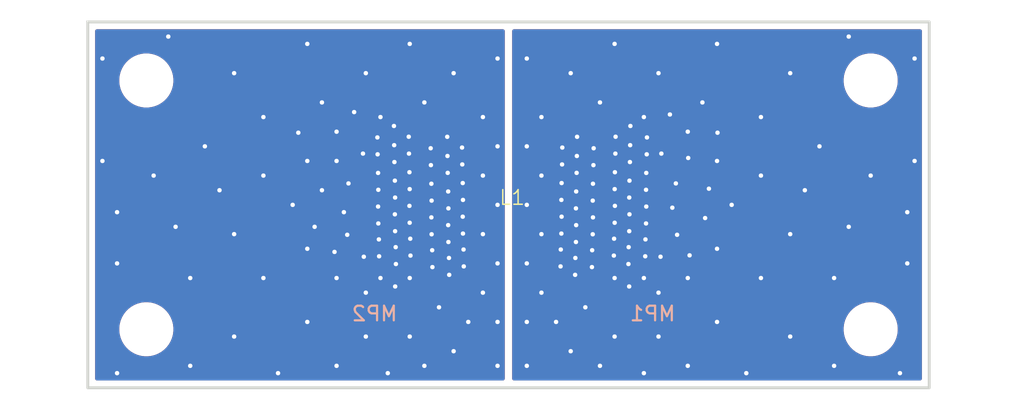
<source format=kicad_pcb>
(kicad_pcb (version 20240108) (generator "pcbnew") (generator_version "8.0")
  (layers (0 "F.Cu" signal) (31 "B.Cu" signal) (34 "B.Paste" user) (35 "F.Paste" user) (36 "B.SilkS" user "B.Silkscreen") (37 "F.SilkS" user "F.Silkscreen") (38 "B.Mask" user) (39 "F.Mask" user) (44 "Edge.Cuts" user))
  (net 0 "")
  (net 1 "VCC")
  (net 2 "GND")
  (footprint "MountingHole:MountingHole_3.2mm_M3" (layer "F.Cu") (at 39 58.5)
    (property "Reference" "H4" (hide yes))
    (property "Value" "MountingHole")
    (pad "" np_thru_hole circle (at 0 0) (size 3.2 3.2) (drill 3.2) (layers "*.Cu" "*.Mask"))
  )
  (footprint "MountingHole:MountingHole_3.2mm_M3" (layer "F.Cu") (at 39 41.5)
    (property "Reference" "H3" (hide yes))
    (property "Value" "MountingHole")
    (pad "" np_thru_hole circle (at 0 0) (size 3.2 3.2) (drill 3.2) (layers "*.Cu" "*.Mask"))
  )
  (footprint "MountingHole:MountingHole_3.2mm_M3" (layer "F.Cu") (at 88.5 41.5)
    (property "Reference" "H2" (hide yes))
    (property "Value" "MountingHole")
    (pad "" np_thru_hole circle (at 0 0) (size 3.2 3.2) (drill 3.2) (layers "*.Cu" "*.Mask"))
  )
  (footprint "Library:1212VS" (layer "F.Cu") (at 64 50)
    (property "Reference" "L1" (at 0 -0.5 0) (layer "F.SilkS") (effects (font (thickness 0.1))))
    (property "Value" "1212VS-111")
    (pad "1" smd rect (at -4.4 0) (size 3.3 10.34) (layers "F.Cu" "F.Paste" "F.Mask") (net 2 "GND"))
    (pad "2" smd rect (at 4.4 0) (size 3.3 10.34) (layers "F.Cu" "F.Paste" "F.Mask") (net 1 "VCC"))
  )
  (footprint "MountingHole:MountingHole_3.2mm_M3" (layer "F.Cu") (at 88.5 58.5)
    (property "Reference" "H1" (hide yes))
    (property "Value" "MountingHole")
    (pad "" np_thru_hole circle (at 0 0) (size 3.2 3.2) (drill 3.2) (layers "*.Cu" "*.Mask"))
  )
  (footprint "Library:7466205R" (layer "B.Cu") (at 54.4 50)
    (property "Reference" "MP2" (at 0.2 7.435 0) (layer "B.SilkS") (effects (justify mirror)))
    (property "Value" "7466205R")
    (pad "1" smd circle (at 0 0) (size 10 10) (layers "B.Cu" "B.Mask") (net 2 "GND"))
  )
  (footprint "Library:7466205R" (layer "B.Cu") (at 73.4 50)
    (property "Reference" "MP1" (at 0.2 7.435 0) (layer "B.SilkS") (effects (justify mirror)))
    (property "Value" "7466205R")
    (pad "1" smd circle (at 0 0) (size 10 10) (layers "B.Cu" "B.Mask") (net 1 "VCC"))
  )
  (gr_rect (start 35 37.5) (end 92.5 62.5) (stroke (width 0.2)) (fill none) (layer "Edge.Cuts"))
  (via (at 73 61.5) (size 0.6) (drill 0.3) (layers "F.Cu" "B.Cu") (net 1))
  (via (at 90.5 61.5) (size 0.6) (drill 0.3) (layers "F.Cu" "B.Cu") (net 1))
  (via (at 70 43) (size 0.6) (drill 0.3) (layers "F.Cu" "B.Cu") (net 1))
  (via (at 73.21116 45.391893) (size 0.6) (drill 0.3) (layers "F.Cu" "B.Cu") (net 1))
  (via (at 72.063205 45.92096) (size 0.6) (drill 0.3) (layers "F.Cu" "B.Cu") (net 1))
  (via (at 65 46) (size 0.6) (drill 0.3) (layers "F.Cu" "B.Cu") (net 1))
  (via (at 72.015801 50.645608) (size 0.6) (drill 0.3) (layers "F.Cu" "B.Cu") (net 1))
  (via (at 68 41) (size 0.6) (drill 0.3) (layers "F.Cu" "B.Cu") (net 1))
  (via (at 70 61) (size 0.6) (drill 0.3) (layers "F.Cu" "B.Cu") (net 1))
  (via (at 65 61) (size 0.6) (drill 0.3) (layers "F.Cu" "B.Cu") (net 1))
  (via (at 76 61) (size 0.6) (drill 0.3) (layers "F.Cu" "B.Cu") (net 1))
  (via (at 72.015801 48.34649) (size 0.6) (drill 0.3) (layers "F.Cu" "B.Cu") (net 1))
  (via (at 77.445363 48.895713) (size 0.6) (drill 0.3) (layers "F.Cu" "B.Cu") (net 1))
  (via (at 68.302481 54.782174) (size 0.6) (drill 0.3) (layers "F.Cu" "B.Cu") (net 1))
  (via (at 91.5 40) (size 0.6) (drill 0.3) (layers "F.Cu" "B.Cu") (net 1))
  (via (at 81 55) (size 0.6) (drill 0.3) (layers "F.Cu" "B.Cu") (net 1))
  (via (at 68.373588 51.384851) (size 0.6) (drill 0.3) (layers "F.Cu" "B.Cu") (net 1))
  (via (at 81 44) (size 0.6) (drill 0.3) (layers "F.Cu" "B.Cu") (net 1))
  (via (at 91 50.5) (size 0.6) (drill 0.3) (layers "F.Cu" "B.Cu") (net 1))
  (via (at 65 40) (size 0.6) (drill 0.3) (layers "F.Cu" "B.Cu") (net 1))
  (via (at 74.138695 53.545362) (size 0.6) (drill 0.3) (layers "F.Cu" "B.Cu") (net 1))
  (via (at 88.5 48) (size 0.6) (drill 0.3) (layers "F.Cu" "B.Cu") (net 1))
  (via (at 73.10845 52.360354) (size 0.6) (drill 0.3) (layers "F.Cu" "B.Cu") (net 1))
  (via (at 68 60) (size 0.6) (drill 0.3) (layers "F.Cu" "B.Cu") (net 1))
  (via (at 71.004505 48.923245) (size 0.6) (drill 0.3) (layers "F.Cu" "B.Cu") (net 1))
  (via (at 71 39) (size 0.6) (drill 0.3) (layers "F.Cu" "B.Cu") (net 1))
  (via (at 67 58) (size 0.6) (drill 0.3) (layers "F.Cu" "B.Cu") (net 1))
  (via (at 66 48) (size 0.6) (drill 0.3) (layers "F.Cu" "B.Cu") (net 1))
  (via (at 65 54) (size 0.6) (drill 0.3) (layers "F.Cu" "B.Cu") (net 1))
  (via (at 67.378093 48.508978) (size 0.6) (drill 0.3) (layers "F.Cu" "B.Cu") (net 1))
  (via (at 70.949199 53.466176) (size 0.6) (drill 0.3) (layers "F.Cu" "B.Cu") (net 1))
  (via (at 66 56) (size 0.6) (drill 0.3) (layers "F.Cu" "B.Cu") (net 1))
  (via (at 68.357787 50.239243) (size 0.6) (drill 0.3) (layers "F.Cu" "B.Cu") (net 1))
  (via (at 78 47) (size 0.6) (drill 0.3) (layers "F.Cu" "B.Cu") (net 1))
  (via (at 80 61.5) (size 0.6) (drill 0.3) (layers "F.Cu" "B.Cu") (net 1))
  (via (at 72.047404 47.07447) (size 0.6) (drill 0.3) (layers "F.Cu" "B.Cu") (net 1))
  (via (at 74 59) (size 0.6) (drill 0.3) (layers "F.Cu" "B.Cu") (net 1))
  (via (at 76.029872 46.796068) (size 0.6) (drill 0.3) (layers "F.Cu" "B.Cu") (net 1))
  (via (at 73.147955 48.970933) (size 0.6) (drill 0.3) (layers "F.Cu" "B.Cu") (net 1))
  (via (at 72 51.799118) (size 0.6) (drill 0.3) (layers "F.Cu" "B.Cu") (net 1))
  (via (at 67.409696 47.236958) (size 0.6) (drill 0.3) (layers "F.Cu" "B.Cu") (net 1))
  (via (at 75.186159 48.534525) (size 0.6) (drill 0.3) (layers "F.Cu" "B.Cu") (net 1))
  (via (at 71.004505 51.222363) (size 0.6) (drill 0.3) (layers "F.Cu" "B.Cu") (net 1))
  (via (at 67.306986 54.205419) (size 0.6) (drill 0.3) (layers "F.Cu" "B.Cu") (net 1))
  (via (at 74.779522 43.823537) (size 0.6) (drill 0.3) (layers "F.Cu" "B.Cu") (net 1))
  (via (at 71.020306 47.769735) (size 0.6) (drill 0.3) (layers "F.Cu" "B.Cu") (net 1))
  (via (at 69.505742 52.009294) (size 0.6) (drill 0.3) (layers "F.Cu" "B.Cu") (net 1))
  (via (at 73.163756 50.116541) (size 0.6) (drill 0.3) (layers "F.Cu" "B.Cu") (net 1))
  (via (at 78.032419 45.068928) (size 0.6) (drill 0.3) (layers "F.Cu" "B.Cu") (net 1))
  (via (at 69.568947 46.131136) (size 0.6) (drill 0.3) (layers "F.Cu" "B.Cu") (net 1))
  (via (at 74.944662 50.193246) (size 0.6) (drill 0.3) (layers "F.Cu" "B.Cu") (net 1))
  (via (at 71.960495 52.889421) (size 0.6) (drill 0.3) (layers "F.Cu" "B.Cu") (net 1))
  (via (at 71.995495 55.576755) (size 0.6) (drill 0.3) (layers "F.Cu" "B.Cu") (net 1))
  (via (at 69 57) (size 0.6) (drill 0.3) (layers "F.Cu" "B.Cu") (net 1))
  (via (at 66 52) (size 0.6) (drill 0.3) (layers "F.Cu" "B.Cu") (net 1))
  (via (at 83 59) (size 0.6) (drill 0.3) (layers "F.Cu" "B.Cu") (net 1))
  (via (at 68.405191 47.813713) (size 0.6) (drill 0.3) (layers "F.Cu" "B.Cu") (net 1))
  (via (at 91 54) (size 0.6) (drill 0.3) (layers "F.Cu" "B.Cu") (net 1))
  (via (at 76.124238 53.448874) (size 0.6) (drill 0.3) (layers "F.Cu" "B.Cu") (net 1))
  (via (at 68.436794 45.348679) (size 0.6) (drill 0.3) (layers "F.Cu" "B.Cu") (net 1))
  (via (at 78 58) (size 0.6) (drill 0.3) (layers "F.Cu" "B.Cu") (net 1))
  (via (at 69.505742 49.710176) (size 0.6) (drill 0.3) (layers "F.Cu" "B.Cu") (net 1))
  (via (at 75.271088 52.044942) (size 0.6) (drill 0.3) (layers "F.Cu" "B.Cu") (net 1))
  (via (at 69.521543 48.556666) (size 0.6) (drill 0.3) (layers "F.Cu" "B.Cu") (net 1))
  (via (at 71.944694 54.042931) (size 0.6) (drill 0.3) (layers "F.Cu" "B.Cu") (net 1))
  (via (at 91.5 47) (size 0.6) (drill 0.3) (layers "F.Cu" "B.Cu") (net 1))
  (via (at 77.185856 50.900991) (size 0.6) (drill 0.3) (layers "F.Cu" "B.Cu") (net 1))
  (via (at 65 58) (size 0.6) (drill 0.3) (layers "F.Cu" "B.Cu") (net 1))
  (via (at 86 61) (size 0.6) (drill 0.3) (layers "F.Cu" "B.Cu") (net 1))
  (via (at 67.322787 53.051909) (size 0.6) (drill 0.3) (layers "F.Cu" "B.Cu") (net 1))
  (via (at 69.450436 54.253107) (size 0.6) (drill 0.3) (layers "F.Cu" "B.Cu") (net 1))
  (via (at 68.357787 52.538361) (size 0.6) (drill 0.3) (layers "F.Cu" "B.Cu") (net 1))
  (via (at 85 46) (size 0.6) (drill 0.3) (layers "F.Cu" "B.Cu") (net 1))
  (via (at 71 55) (size 0.6) (drill 0.3) (layers "F.Cu" "B.Cu") (net 1))
  (via (at 68.373588 49.085733) (size 0.6) (drill 0.3) (layers "F.Cu" "B.Cu") (net 1))
  (via (at 71 59) (size 0.6) (drill 0.3) (layers "F.Cu" "B.Cu") (net 1))
  (via (at 76 55) (size 0.6) (drill 0.3) (layers "F.Cu" "B.Cu") (net 1))
  (via (at 65 50) (size 0.6) (drill 0.3) (layers "F.Cu" "B.Cu") (net 1))
  (via (at 67.362292 49.662488) (size 0.6) (drill 0.3) (layers "F.Cu" "B.Cu") (net 1))
  (via (at 71.020306 50.068853) (size 0.6) (drill 0.3) (layers "F.Cu" "B.Cu") (net 1))
  (via (at 76 45) (size 0.6) (drill 0.3) (layers "F.Cu" "B.Cu") (net 1))
  (via (at 78 39) (size 0.6) (drill 0.3) (layers "F.Cu" "B.Cu") (net 1))
  (via (at 73 55) (size 0.6) (drill 0.3) (layers "F.Cu" "B.Cu") (net 1))
  (via (at 79 50) (size 0.6) (drill 0.3) (layers "F.Cu" "B.Cu") (net 1))
  (via (at 86 55) (size 0.6) (drill 0.3) (layers "F.Cu" "B.Cu") (net 1))
  (via (at 73.163756 47.817423) (size 0.6) (drill 0.3) (layers "F.Cu" "B.Cu") (net 1))
  (via (at 87 51.5) (size 0.6) (drill 0.3) (layers "F.Cu" "B.Cu") (net 1))
  (via (at 68.318282 53.628664) (size 0.6) (drill 0.3) (layers "F.Cu" "B.Cu") (net 1))
  (via (at 67.425497 46.083448) (size 0.6) (drill 0.3) (layers "F.Cu" "B.Cu") (net 1))
  (via (at 72 49.5) (size 0.6) (drill 0.3) (layers "F.Cu" "B.Cu") (net 1))
  (via (at 74 56) (size 0.6) (drill 0.3) (layers "F.Cu" "B.Cu") (net 1))
  (via (at 74.195315 46.496218) (size 0.6) (drill 0.3) (layers "F.Cu" "B.Cu") (net 1))
  (via (at 69.553146 47.284646) (size 0.6) (drill 0.3) (layers "F.Cu" "B.Cu") (net 1))
  (via (at 74 41) (size 0.6) (drill 0.3) (layers "F.Cu" "B.Cu") (net 1))
  (via (at 83 52) (size 0.6) (drill 0.3) (layers "F.Cu" "B.Cu") (net 1))
  (via (at 66 44) (size 0.6) (drill 0.3) (layers "F.Cu" "B.Cu") (net 1))
  (via (at 71.06771 45.344205) (size 0.6) (drill 0.3) (layers "F.Cu" "B.Cu") (net 1))
  (via (at 69.466237 53.099597) (size 0.6) (drill 0.3) (layers "F.Cu" "B.Cu") (net 1))
  (via (at 81 48) (size 0.6) (drill 0.3) (layers "F.Cu" "B.Cu") (net 1))
  (via (at 73.147955 51.270051) (size 0.6) (drill 0.3) (layers "F.Cu" "B.Cu") (net 1))
  (via (at 70.965 52.312666) (size 0.6) (drill 0.3) (layers "F.Cu" "B.Cu") (net 1))
  (via (at 72.079007 44.609436) (size 0.6) (drill 0.3) (layers "F.Cu" "B.Cu") (net 1))
  (via (at 84 49) (size 0.6) (drill 0.3) (layers "F.Cu" "B.Cu") (net 1))
  (via (at 67.362292 51.961606) (size 0.6) (drill 0.3) (layers "F.Cu" "B.Cu") (net 1))
  (via (at 78 53) (size 0.6) (drill 0.3) (layers "F.Cu" "B.Cu") (net 1))
  (via (at 71.051909 46.497715) (size 0.6) (drill 0.3) (layers "F.Cu" "B.Cu") (net 1))
  (via (at 83 41) (size 0.6) (drill 0.3) (layers "F.Cu" "B.Cu") (net 1))
  (via (at 73.092649 53.513864) (size 0.6) (drill 0.3) (layers "F.Cu" "B.Cu") (net 1))
  (via (at 68.420992 46.660203) (size 0.6) (drill 0.3) (layers "F.Cu" "B.Cu") (net 1))
  (via (at 73.195359 46.545403) (size 0.6) (drill 0.3) (layers "F.Cu" "B.Cu") (net 1))
  (via (at 77 43) (size 0.6) (drill 0.3) (layers "F.Cu" "B.Cu") (net 1))
  (via (at 73 44) (size 0.6) (drill 0.3) (layers "F.Cu" "B.Cu") (net 1))
  (via (at 87 38.5) (size 0.6) (drill 0.3) (layers "F.Cu" "B.Cu") (net 1))
  (via (at 69.521543 50.855784) (size 0.6) (drill 0.3) (layers "F.Cu" "B.Cu") (net 1))
  (via (at 67.378093 50.808096) (size 0.6) (drill 0.3) (layers "F.Cu" "B.Cu") (net 1))
  (via (at 57 55) (size 0.6) (drill 0.3) (layers "F.Cu" "B.Cu") (net 2))
  (via (at 52 45) (size 0.6) (drill 0.3) (layers "F.Cu" "B.Cu") (net 2))
  (via (at 56.995495 51.222363) (size 0.6) (drill 0.3) (layers "F.Cu" "B.Cu") (net 2))
  (via (at 55.952596 47.07447) (size 0.6) (drill 0.3) (layers "F.Cu" "B.Cu") (net 2))
  (via (at 40.5 38.5) (size 0.6) (drill 0.3) (layers "F.Cu" "B.Cu") (net 2))
  (via (at 60.621907 50.808096) (size 0.6) (drill 0.3) (layers "F.Cu" "B.Cu") (net 2))
  (via (at 59.697519 54.782174) (size 0.6) (drill 0.3) (layers "F.Cu" "B.Cu") (net 2))
  (via (at 62 56) (size 0.6) (drill 0.3) (layers "F.Cu" "B.Cu") (net 2))
  (via (at 50 53) (size 0.6) (drill 0.3) (layers "F.Cu" "B.Cu") (net 2))
  (via (at 60.574503 46.083448) (size 0.6) (drill 0.3) (layers "F.Cu" "B.Cu") (net 2))
  (via (at 56.055306 54.042931) (size 0.6) (drill 0.3) (layers "F.Cu" "B.Cu") (net 2))
  (via (at 63 58) (size 0.6) (drill 0.3) (layers "F.Cu" "B.Cu") (net 2))
  (via (at 58.431053 46.131136) (size 0.6) (drill 0.3) (layers "F.Cu" "B.Cu") (net 2))
  (via (at 63 61) (size 0.6) (drill 0.3) (layers "F.Cu" "B.Cu") (net 2))
  (via (at 60 60) (size 0.6) (drill 0.3) (layers "F.Cu" "B.Cu") (net 2))
  (via (at 56.979694 47.769735) (size 0.6) (drill 0.3) (layers "F.Cu" "B.Cu") (net 2))
  (via (at 58.533763 53.099597) (size 0.6) (drill 0.3) (layers "F.Cu" "B.Cu") (net 2))
  (via (at 50 58) (size 0.6) (drill 0.3) (layers "F.Cu" "B.Cu") (net 2))
  (via (at 58.478457 48.556666) (size 0.6) (drill 0.3) (layers "F.Cu" "B.Cu") (net 2))
  (via (at 36 40) (size 0.6) (drill 0.3) (layers "F.Cu" "B.Cu") (net 2))
  (via (at 59.563206 45.348679) (size 0.6) (drill 0.3) (layers "F.Cu" "B.Cu") (net 2))
  (via (at 60.621907 48.508978) (size 0.6) (drill 0.3) (layers "F.Cu" "B.Cu") (net 2))
  (via (at 63 50) (size 0.6) (drill 0.3) (layers "F.Cu" "B.Cu") (net 2))
  (via (at 59.579008 46.660203) (size 0.6) (drill 0.3) (layers "F.Cu" "B.Cu") (net 2))
  (via (at 56.039505 52.889421) (size 0.6) (drill 0.3) (layers "F.Cu" "B.Cu") (net 2))
  (via (at 44 49) (size 0.6) (drill 0.3) (layers "F.Cu" "B.Cu") (net 2))
  (via (at 59.642213 50.239243) (size 0.6) (drill 0.3) (layers "F.Cu" "B.Cu") (net 2))
  (via (at 37 54) (size 0.6) (drill 0.3) (layers "F.Cu" "B.Cu") (net 2))
  (via (at 48 61.5) (size 0.6) (drill 0.3) (layers "F.Cu" "B.Cu") (net 2))
  (via (at 54 59) (size 0.6) (drill 0.3) (layers "F.Cu" "B.Cu") (net 2))
  (via (at 55 55) (size 0.6) (drill 0.3) (layers "F.Cu" "B.Cu") (net 2))
  (via (at 52.5 50.5) (size 0.6) (drill 0.3) (layers "F.Cu" "B.Cu") (net 2))
  (via (at 56.995495 48.923245) (size 0.6) (drill 0.3) (layers "F.Cu" "B.Cu") (net 2))
  (via (at 54.89155 52.360354) (size 0.6) (drill 0.3) (layers "F.Cu" "B.Cu") (net 2))
  (via (at 53.804685 46.496218) (size 0.6) (drill 0.3) (layers "F.Cu" "B.Cu") (net 2))
  (via (at 60.637708 51.961606) (size 0.6) (drill 0.3) (layers "F.Cu" "B.Cu") (net 2))
  (via (at 55.5 61.5) (size 0.6) (drill 0.3) (layers "F.Cu" "B.Cu") (net 2))
  (via (at 51.859743 53.215663) (size 0.6) (drill 0.3) (layers "F.Cu" "B.Cu") (net 2))
  (via (at 54.852045 51.270051) (size 0.6) (drill 0.3) (layers "F.Cu" "B.Cu") (net 2))
  (via (at 47 48) (size 0.6) (drill 0.3) (layers "F.Cu" "B.Cu") (net 2))
  (via (at 57.050801 53.466176) (size 0.6) (drill 0.3) (layers "F.Cu" "B.Cu") (net 2))
  (via (at 52 47) (size 0.6) (drill 0.3) (layers "F.Cu" "B.Cu") (net 2))
  (via (at 63 40) (size 0.6) (drill 0.3) (layers "F.Cu" "B.Cu") (net 2))
  (via (at 60.677213 53.051909) (size 0.6) (drill 0.3) (layers "F.Cu" "B.Cu") (net 2))
  (via (at 55.984199 50.645608) (size 0.6) (drill 0.3) (layers "F.Cu" "B.Cu") (net 2))
  (via (at 51 49) (size 0.6) (drill 0.3) (layers "F.Cu" "B.Cu") (net 2))
  (via (at 52 55) (size 0.6) (drill 0.3) (layers "F.Cu" "B.Cu") (net 2))
  (via (at 54.836244 47.817423) (size 0.6) (drill 0.3) (layers "F.Cu" "B.Cu") (net 2))
  (via (at 58 43) (size 0.6) (drill 0.3) (layers "F.Cu" "B.Cu") (net 2))
  (via (at 42 61) (size 0.6) (drill 0.3) (layers "F.Cu" "B.Cu") (net 2))
  (via (at 49 50) (size 0.6) (drill 0.3) (layers "F.Cu" "B.Cu") (net 2))
  (via (at 58.549564 54.253107) (size 0.6) (drill 0.3) (layers "F.Cu" "B.Cu") (net 2))
  (via (at 58.478457 50.855784) (size 0.6) (drill 0.3) (layers "F.Cu" "B.Cu") (net 2))
  (via (at 63 46) (size 0.6) (drill 0.3) (layers "F.Cu" "B.Cu") (net 2))
  (via (at 56.948091 46.497715) (size 0.6) (drill 0.3) (layers "F.Cu" "B.Cu") (net 2))
  (via (at 54 56) (size 0.6) (drill 0.3) (layers "F.Cu" "B.Cu") (net 2))
  (via (at 58.446854 47.284646) (size 0.6) (drill 0.3) (layers "F.Cu" "B.Cu") (net 2))
  (via (at 47 44) (size 0.6) (drill 0.3) (layers "F.Cu" "B.Cu") (net 2))
  (via (at 56.004505 55.576755) (size 0.6) (drill 0.3) (layers "F.Cu" "B.Cu") (net 2))
  (via (at 55.984199 48.34649) (size 0.6) (drill 0.3) (layers "F.Cu" "B.Cu") (net 2))
  (via (at 59.594809 47.813713) (size 0.6) (drill 0.3) (layers "F.Cu" "B.Cu") (net 2))
  (via (at 36 47) (size 0.6) (drill 0.3) (layers "F.Cu" "B.Cu") (net 2))
  (via (at 50 47) (size 0.6) (drill 0.3) (layers "F.Cu" "B.Cu") (net 2))
  (via (at 56.93229 45.344205) (size 0.6) (drill 0.3) (layers "F.Cu" "B.Cu") (net 2))
  (via (at 54.907351 53.513864) (size 0.6) (drill 0.3) (layers "F.Cu" "B.Cu") (net 2))
  (via (at 60.590304 47.236958) (size 0.6) (drill 0.3) (layers "F.Cu" "B.Cu") (net 2))
  (via (at 61 58) (size 0.6) (drill 0.3) (layers "F.Cu" "B.Cu") (net 2))
  (via (at 53.861305 53.545362) (size 0.6) (drill 0.3) (layers "F.Cu" "B.Cu") (net 2))
  (via (at 54.852045 48.970933) (size 0.6) (drill 0.3) (layers "F.Cu" "B.Cu") (net 2))
  (via (at 57 39) (size 0.6) (drill 0.3) (layers "F.Cu" "B.Cu") (net 2))
  (via (at 58.494258 49.710176) (size 0.6) (drill 0.3) (layers "F.Cu" "B.Cu") (net 2))
  (via (at 59.626412 51.384851) (size 0.6) (drill 0.3) (layers "F.Cu" "B.Cu") (net 2))
  (via (at 56 49.5) (size 0.6) (drill 0.3) (layers "F.Cu" "B.Cu") (net 2))
  (via (at 56.979694 50.068853) (size 0.6) (drill 0.3) (layers "F.Cu" "B.Cu") (net 2))
  (via (at 55 44) (size 0.6) (drill 0.3) (layers "F.Cu" "B.Cu") (net 2))
  (via (at 59.626412 49.085733) (size 0.6) (drill 0.3) (layers "F.Cu" "B.Cu") (net 2))
  (via (at 52 61) (size 0.6) (drill 0.3) (layers "F.Cu" "B.Cu") (net 2))
  (via (at 56 51.799118) (size 0.6) (drill 0.3) (layers "F.Cu" "B.Cu") (net 2))
  (via (at 62 48) (size 0.6) (drill 0.3) (layers "F.Cu" "B.Cu") (net 2))
  (via (at 60 41) (size 0.6) (drill 0.3) (layers "F.Cu" "B.Cu") (net 2))
  (via (at 47 55) (size 0.6) (drill 0.3) (layers "F.Cu" "B.Cu") (net 2))
  (via (at 57.035 52.312666) (size 0.6) (drill 0.3) (layers "F.Cu" "B.Cu") (net 2))
  (via (at 52.813841 48.534525) (size 0.6) (drill 0.3) (layers "F.Cu" "B.Cu") (net 2))
  (via (at 52.728912 52.044942) (size 0.6) (drill 0.3) (layers "F.Cu" "B.Cu") (net 2))
  (via (at 57 59) (size 0.6) (drill 0.3) (layers "F.Cu" "B.Cu") (net 2))
  (via (at 43 46) (size 0.6) (drill 0.3) (layers "F.Cu" "B.Cu") (net 2))
  (via (at 42 55) (size 0.6) (drill 0.3) (layers "F.Cu" "B.Cu") (net 2))
  (via (at 41 51.5) (size 0.6) (drill 0.3) (layers "F.Cu" "B.Cu") (net 2))
  (via (at 37 50.5) (size 0.6) (drill 0.3) (layers "F.Cu" "B.Cu") (net 2))
  (via (at 59.681718 53.628664) (size 0.6) (drill 0.3) (layers "F.Cu" "B.Cu") (net 2))
  (via (at 53.200952 43.660051) (size 0.6) (drill 0.3) (layers "F.Cu" "B.Cu") (net 2))
  (via (at 45 41) (size 0.6) (drill 0.3) (layers "F.Cu" "B.Cu") (net 2))
  (via (at 58 61) (size 0.6) (drill 0.3) (layers "F.Cu" "B.Cu") (net 2))
  (via (at 50 39) (size 0.6) (drill 0.3) (layers "F.Cu" "B.Cu") (net 2))
  (via (at 37 61.5) (size 0.6) (drill 0.3) (layers "F.Cu" "B.Cu") (net 2))
  (via (at 54 41) (size 0.6) (drill 0.3) (layers "F.Cu" "B.Cu") (net 2))
  (via (at 60.693014 54.205419) (size 0.6) (drill 0.3) (layers "F.Cu" "B.Cu") (net 2))
  (via (at 45 59) (size 0.6) (drill 0.3) (layers "F.Cu" "B.Cu") (net 2))
  (via (at 59.642213 52.538361) (size 0.6) (drill 0.3) (layers "F.Cu" "B.Cu") (net 2))
  (via (at 39.5 48) (size 0.6) (drill 0.3) (layers "F.Cu" "B.Cu") (net 2))
  (via (at 54.836244 50.116541) (size 0.6) (drill 0.3) (layers "F.Cu" "B.Cu") (net 2))
  (via (at 63 54) (size 0.6) (drill 0.3) (layers "F.Cu" "B.Cu") (net 2))
  (via (at 50.5 51.5) (size 0.6) (drill 0.3) (layers "F.Cu" "B.Cu") (net 2))
  (via (at 55.936795 45.92096) (size 0.6) (drill 0.3) (layers "F.Cu" "B.Cu") (net 2))
  (via (at 51 43) (size 0.6) (drill 0.3) (layers "F.Cu" "B.Cu") (net 2))
  (via (at 45 52) (size 0.6) (drill 0.3) (layers "F.Cu" "B.Cu") (net 2))
  (via (at 55.920993 44.609436) (size 0.6) (drill 0.3) (layers "F.Cu" "B.Cu") (net 2))
  (via (at 49.385242 45.068928) (size 0.6) (drill 0.3) (layers "F.Cu" "B.Cu") (net 2))
  (via (at 62 44) (size 0.6) (drill 0.3) (layers "F.Cu" "B.Cu") (net 2))
  (via (at 59 57) (size 0.6) (drill 0.3) (layers "F.Cu" "B.Cu") (net 2))
  (via (at 62 52) (size 0.6) (drill 0.3) (layers "F.Cu" "B.Cu") (net 2))
  (via (at 58.494258 52.009294) (size 0.6) (drill 0.3) (layers "F.Cu" "B.Cu") (net 2))
  (via (at 54.78884 45.391893) (size 0.6) (drill 0.3) (layers "F.Cu" "B.Cu") (net 2))
  (via (at 54.804641 46.545403) (size 0.6) (drill 0.3) (layers "F.Cu" "B.Cu") (net 2))
  (via (at 60.637708 49.662488) (size 0.6) (drill 0.3) (layers "F.Cu" "B.Cu") (net 2))
  (zone (net 2) (net_name "GND") (layers "F&B.Cu") (connect_pads yes (clearance 0.5)) (min_thickness 0.25) (fill yes (thermal_gap 0.5) (thermal_bridge_width 0.5))
    (polygon (pts (xy 64 63.5) (xy 34.5 63.5) (xy 29 36) (xy 64 36)))
  )
  (zone (net 1) (net_name "VCC") (layers "F&B.Cu") (connect_pads yes (clearance 0.5)) (min_thickness 0.25) (fill yes (thermal_gap 0.5) (thermal_bridge_width 0.5))
    (polygon (pts (xy 64 63.5) (xy 93.5 63.5) (xy 99 36) (xy 64 36)))
  )
)
</source>
